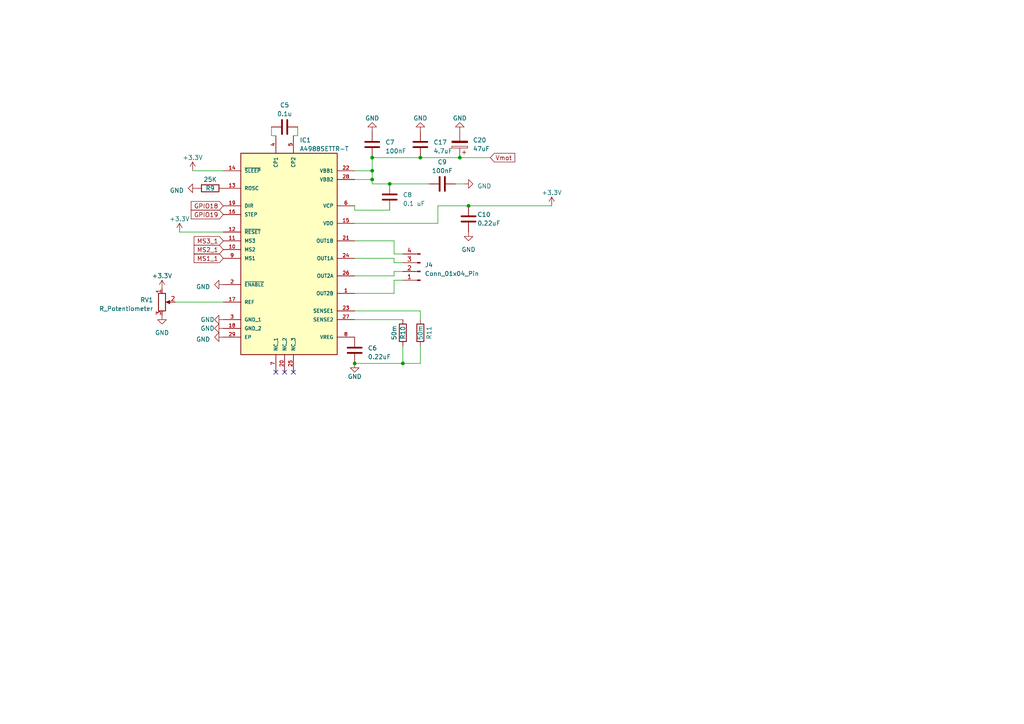
<source format=kicad_sch>
(kicad_sch (version 20230121) (generator eeschema)
  (paper "A4")
  (lib_symbols
    (symbol "A4988SETTR-T_1" (pin_names (offset 1.016))
      (property "Reference" "IC" (at -16.51 30.48 0))
      (property "Value" "A4988SETTR-T" (at -16.51 -33.02 0))
      (symbol "A4988SETTR-T_1_0_0"
        (rectangle (start -15.24 -30.48) (end 12.7 27.94) (stroke (width 0.254)) (fill (type background)))
        (pin bidirectional line (at 17.78 -12.7 180) (length 5.08) (name "OUT2B") (number "1"))
        (pin bidirectional line (at -20.32 0 0) (length 5.08) (name "MS2") (number "10"))
        (pin bidirectional line (at -20.32 2.54 0) (length 5.08) (name "MS3") (number "11"))
        (pin bidirectional line (at -20.32 5.08 0) (length 5.08) (name "~{RESET}") (number "12"))
        (pin bidirectional line (at -20.32 17.78 0) (length 5.08) (name "ROSC") (number "13"))
        (pin bidirectional line (at -20.32 22.86 0) (length 5.08) (name "~{SLEEP}") (number "14"))
        (pin bidirectional line (at 17.78 7.62 180) (length 5.08) (name "VDD") (number "15"))
        (pin bidirectional line (at -20.32 10.16 0) (length 5.08) (name "STEP") (number "16"))
        (pin bidirectional line (at -20.32 -15.24 0) (length 5.08) (name "REF") (number "17"))
        (pin bidirectional line (at -20.32 -22.86 0) (length 5.08) (name "GND_2") (number "18"))
        (pin bidirectional line (at -20.32 12.7 0) (length 5.08) (name "DIR") (number "19"))
        (pin bidirectional line (at -20.32 -10.16 0) (length 5.08) (name "~{ENABLE}") (number "2"))
        (pin bidirectional line (at -2.54 -35.56 90) (length 5.08) (name "NC_2") (number "20"))
        (pin bidirectional line (at 17.78 2.54 180) (length 5.08) (name "OUT1B") (number "21"))
        (pin bidirectional line (at 17.78 22.86 180) (length 5.08) (name "VBB1") (number "22"))
        (pin bidirectional line (at 17.78 -17.78 180) (length 5.08) (name "SENSE1") (number "23"))
        (pin bidirectional line (at 17.78 -2.54 180) (length 5.08) (name "OUT1A") (number "24"))
        (pin bidirectional line (at 0 -35.56 90) (length 5.08) (name "NC_3") (number "25"))
        (pin bidirectional line (at 17.78 -7.62 180) (length 5.08) (name "OUT2A") (number "26"))
        (pin bidirectional line (at 17.78 -20.32 180) (length 5.08) (name "SENSE2") (number "27"))
        (pin bidirectional line (at 17.78 20.32 180) (length 5.08) (name "VBB2") (number "28"))
        (pin bidirectional line (at -20.32 -25.4 0) (length 5.08) (name "EP") (number "29"))
        (pin bidirectional line (at -20.32 -20.32 0) (length 5.08) (name "GND_1") (number "3"))
        (pin bidirectional line (at -5.08 33.02 270) (length 5.08) (name "CP1") (number "4"))
        (pin bidirectional line (at 0 33.02 270) (length 5.08) (name "CP2") (number "5"))
        (pin bidirectional line (at 17.78 12.7 180) (length 5.08) (name "VCP") (number "6"))
        (pin bidirectional line (at -5.08 -35.56 90) (length 5.08) (name "NC_1") (number "7"))
        (pin bidirectional line (at 17.78 -25.4 180) (length 5.08) (name "VREG") (number "8"))
        (pin bidirectional line (at -20.32 -2.54 0) (length 5.08) (name "MS1") (number "9"))
      )
    )
    (symbol "Connector:Conn_01x04_Pin" (pin_names (offset 1.016) hide)
      (property "Reference" "J" (at 0 5.08 0))
      (property "Value" "Conn_01x04_Pin" (at 0 -7.62 0))
      (symbol "Conn_01x04_Pin_1_1"
        (polyline (pts (xy 1.27 -5.08) (xy 0.8636 -5.08)) (stroke (width 0.1524)))
        (polyline (pts (xy 1.27 -2.54) (xy 0.8636 -2.54)) (stroke (width 0.1524)))
        (polyline (pts (xy 1.27 0) (xy 0.8636 0)) (stroke (width 0.1524)))
        (polyline (pts (xy 1.27 2.54) (xy 0.8636 2.54)) (stroke (width 0.1524)))
        (rectangle (start 0.8636 -4.953) (end 0 -5.207) (stroke (width 0.1524)) (fill (type outline)))
        (rectangle (start 0.8636 -2.413) (end 0 -2.667) (stroke (width 0.1524)) (fill (type outline)))
        (rectangle (start 0.8636 0.127) (end 0 -0.127) (stroke (width 0.1524)) (fill (type outline)))
        (rectangle (start 0.8636 2.667) (end 0 2.413) (stroke (width 0.1524)) (fill (type outline)))
        (pin passive line (at 5.08 2.54 180) (length 3.81) (name "Pin_1") (number "1"))
        (pin passive line (at 5.08 0 180) (length 3.81) (name "Pin_2") (number "2"))
        (pin passive line (at 5.08 -2.54 180) (length 3.81) (name "Pin_3") (number "3"))
        (pin passive line (at 5.08 -5.08 180) (length 3.81) (name "Pin_4") (number "4"))
      )
    )
    (symbol "Device:C" (pin_numbers hide) (pin_names (offset 0.254))
      (property "Reference" "C" (at 0.635 2.54 0))
      (property "Value" "C" (at 0.635 -2.54 0))
      (symbol "C_0_1"
        (polyline (pts (xy -2.032 -0.762) (xy 2.032 -0.762)) (stroke (width 0.508)))
        (polyline (pts (xy -2.032 0.762) (xy 2.032 0.762)) (stroke (width 0.508)))
      )
      (symbol "C_1_1"
        (pin passive line (at 0 3.81 270) (length 2.794) (name "~") (number "1"))
        (pin passive line (at 0 -3.81 90) (length 2.794) (name "~") (number "2"))
      )
    )
    (symbol "Device:C_Polarized" (pin_numbers hide) (pin_names (offset 0.254))
      (property "Reference" "C" (at 0.635 2.54 0))
      (property "Value" "C_Polarized" (at 0.635 -2.54 0))
      (symbol "C_Polarized_0_1"
        (rectangle (start -2.286 0.508) (end 2.286 1.016))
        (polyline (pts (xy -1.778 2.286) (xy -0.762 2.286)))
        (polyline (pts (xy -1.27 2.794) (xy -1.27 1.778)))
        (rectangle (start 2.286 -0.508) (end -2.286 -1.016) (fill (type outline)))
      )
      (symbol "C_Polarized_1_1"
        (pin passive line (at 0 3.81 270) (length 2.794) (name "~") (number "1"))
        (pin passive line (at 0 -3.81 90) (length 2.794) (name "~") (number "2"))
      )
    )
    (symbol "Device:R" (pin_numbers hide) (pin_names (offset 0))
      (property "Reference" "R" (at 2.032 0 90))
      (property "Value" "R" (at 0 0 90))
      (symbol "R_0_1"
        (rectangle (start -1.016 -2.54) (end 1.016 2.54) (stroke (width 0.254)))
      )
      (symbol "R_1_1"
        (pin passive line (at 0 3.81 270) (length 1.27) (name "~") (number "1"))
        (pin passive line (at 0 -3.81 90) (length 1.27) (name "~") (number "2"))
      )
    )
    (symbol "Device:R_Potentiometer" (pin_names (offset 1.016) hide)
      (property "Reference" "RV" (at -4.445 0 90))
      (property "Value" "R_Potentiometer" (at -2.54 0 90))
      (symbol "R_Potentiometer_0_1"
        (polyline (pts (xy 2.54 0) (xy 1.524 0)))
        (polyline (pts (xy 1.143 0) (xy 2.286 0.508) (xy 2.286 -0.508) (xy 1.143 0)) (fill (type outline)))
        (rectangle (start 1.016 2.54) (end -1.016 -2.54) (stroke (width 0.254)))
      )
      (symbol "R_Potentiometer_1_1"
        (pin passive line (at 0 3.81 270) (length 1.27) (name "1") (number "1"))
        (pin passive line (at 3.81 0 180) (length 1.27) (name "2") (number "2"))
        (pin passive line (at 0 -3.81 90) (length 1.27) (name "3") (number "3"))
      )
    )
    (symbol "power:+3.3V" (power) (pin_names (offset 0))
      (property "Value" "+3.3V" (at 0 3.556 0))
      (symbol "+3.3V_0_1"
        (polyline (pts (xy -0.762 1.27) (xy 0 2.54)))
        (polyline (pts (xy 0 0) (xy 0 2.54)))
        (polyline (pts (xy 0 2.54) (xy 0.762 1.27)))
      )
      (symbol "+3.3V_1_1"
        (pin power_in line (at 0 0 90) (length 0) hide (name "+3.3V") (number "1"))
      )
    )
    (symbol "power:GND" (power) (pin_names (offset 0))
      (property "Value" "GND" (at 0 -3.81 0))
      (symbol "GND_0_1"
        (polyline (pts (xy 0 0) (xy 0 -1.27) (xy 1.27 -1.27) (xy 0 -2.54) (xy -1.27 -1.27) (xy 0 -1.27)))
      )
      (symbol "GND_1_1"
        (pin power_in line (at 0 0 270) (length 0) hide (name "GND") (number "1"))
      )
    )
  )
  (junction (at 107.95 49.53))
  (junction (at 107.95 45.72))
  (junction (at 116.84 105.41))
  (junction (at 102.87 105.41))
  (junction (at 107.95 52.07))
  (junction (at 133.35 45.72))
  (junction (at 113.03 53.34))
  (junction (at 135.89 59.69))
  (junction (at 121.92 45.72))
  (no_connect (at 80.01 107.95))
  (no_connect (at 85.09 107.95))
  (no_connect (at 82.55 107.95))
  (wire (pts (xy 102.87 60.96) (xy 113.03 60.96)))
  (wire (pts (xy 114.3 76.2) (xy 116.84 76.2)))
  (wire (pts (xy 127 64.77) (xy 102.87 64.77)))
  (wire (pts (xy 102.87 85.09) (xy 114.3 85.09)))
  (wire (pts (xy 127 59.69) (xy 135.89 59.69)))
  (wire (pts (xy 107.95 52.07) (xy 107.95 53.34)))
  (wire (pts (xy 102.87 52.07) (xy 107.95 52.07)))
  (wire (pts (xy 127 59.69) (xy 127 64.77)))
  (wire (pts (xy 121.92 92.71) (xy 121.92 90.17)))
  (wire (pts (xy 78.74 39.37) (xy 80.01 39.37)))
  (wire (pts (xy 121.92 100.33) (xy 121.92 105.41)))
  (wire (pts (xy 55.88 49.53) (xy 64.77 49.53)))
  (wire (pts (xy 114.3 78.74) (xy 116.84 78.74)))
  (wire (pts (xy 102.87 60.96) (xy 102.87 59.69)))
  (wire (pts (xy 116.84 105.41) (xy 121.92 105.41)))
  (wire (pts (xy 78.74 39.37) (xy 78.74 36.83)))
  (wire (pts (xy 114.3 85.09) (xy 114.3 81.28)))
  (wire (pts (xy 121.92 45.72) (xy 133.35 45.72)))
  (wire (pts (xy 107.95 49.53) (xy 107.95 52.07)))
  (wire (pts (xy 102.87 80.01) (xy 114.3 80.01)))
  (wire (pts (xy 113.03 53.34) (xy 124.46 53.34)))
  (wire (pts (xy 116.84 92.71) (xy 102.87 92.71)))
  (wire (pts (xy 86.36 39.37) (xy 86.36 36.83)))
  (wire (pts (xy 107.95 45.72) (xy 121.92 45.72)))
  (wire (pts (xy 133.35 45.72) (xy 142.24 45.72)))
  (wire (pts (xy 102.87 49.53) (xy 107.95 49.53)))
  (wire (pts (xy 107.95 45.72) (xy 107.95 49.53)))
  (wire (pts (xy 50.8 87.63) (xy 64.77 87.63)))
  (wire (pts (xy 114.3 80.01) (xy 114.3 78.74)))
  (wire (pts (xy 52.07 67.31) (xy 64.77 67.31)))
  (wire (pts (xy 114.3 81.28) (xy 116.84 81.28)))
  (wire (pts (xy 132.08 53.34) (xy 134.62 53.34)))
  (wire (pts (xy 102.87 69.85) (xy 114.3 69.85)))
  (wire (pts (xy 114.3 74.93) (xy 102.87 74.93)))
  (wire (pts (xy 85.09 39.37) (xy 86.36 39.37)))
  (wire (pts (xy 116.84 105.41) (xy 102.87 105.41)))
  (wire (pts (xy 116.84 100.33) (xy 116.84 105.41)))
  (wire (pts (xy 114.3 73.66) (xy 116.84 73.66)))
  (wire (pts (xy 114.3 69.85) (xy 114.3 73.66)))
  (wire (pts (xy 114.3 76.2) (xy 114.3 74.93)))
  (wire (pts (xy 107.95 53.34) (xy 113.03 53.34)))
  (wire (pts (xy 135.89 59.69) (xy 160.02 59.69)))
  (wire (pts (xy 121.92 90.17) (xy 102.87 90.17)))
  (global_label "GPIO18" (shape input) (at 64.77 59.69 180) (property "Intersheetrefs" "${INTERSHEET_REFS}" (effects hide)))
  (global_label "MS3_1" (shape input) (at 64.77 69.85 180) (property "Intersheetrefs" "${INTERSHEET_REFS}" (effects hide)))
  (global_label "MS2_1" (shape input) (at 64.77 72.39 180) (property "Intersheetrefs" "${INTERSHEET_REFS}" (effects hide)))
  (global_label "GPIO19" (shape input) (at 64.77 62.23 180) (property "Intersheetrefs" "${INTERSHEET_REFS}" (effects hide)))
  (global_label "MS1_1" (shape input) (at 64.77 74.93 180) (property "Intersheetrefs" "${INTERSHEET_REFS}" (effects hide)))
  (global_label "Vmot" (shape input) (at 142.24 45.72 0) (property "Intersheetrefs" "${INTERSHEET_REFS}" (effects hide)))
  (symbol (lib_id "Device:C") (at 128.27 53.34 90) (unit 1)
    (property "Reference" "C9" (at 128.27 46.99 90))
    (property "Value" "100nF" (at 128.27 49.53 90))
    (property "Footprint" "Capacitor_SMD:C_0805_2012Metric_Pad1.18x1.45mm_HandSolder" (effects hide))
    (instances (project "PCB_evenwicht" (path "" (reference "C9") (unit 1)) (path "" (reference "C9") (unit 1))) (project "a4988" (path "" (reference "C?") (unit 1))))
  )
  (symbol (lib_id "power:GND") (at 134.62 53.34 90) (unit 1)
    (property "Reference" "#PWR036" (effects hide))
    (property "Value" "GND" (at 138.43 53.975 90) (effects (justify right)))
    (instances (project "PCB_evenwicht" (path "" (reference "#PWR036") (unit 1)) (path "" (reference "#PWR036") (unit 1))) (project "a4988" (path "" (reference "#PWR?") (unit 1))))
  )
  (symbol (lib_id "Device:C") (at 135.89 63.5 0) (unit 1)
    (property "Reference" "C10" (at 138.43 62.23 0) (effects (justify left)))
    (property "Value" "0.22uF" (at 138.43 64.77 0) (effects (justify left)))
    (property "Footprint" "Capacitor_SMD:C_0805_2012Metric_Pad1.18x1.45mm_HandSolder" (effects hide))
    (instances (project "PCB_evenwicht" (path "" (reference "C10") (unit 1)) (path "" (reference "C10") (unit 1))) (project "a4988" (path "" (reference "C?") (unit 1))))
  )
  (symbol (lib_id "power:GND") (at 102.87 105.41 0) (unit 1)
    (property "Reference" "#PWR032" (effects hide))
    (property "Value" "GND" (at 102.87 109.22 0))
    (instances (project "PCB_evenwicht" (path "" (reference "#PWR032") (unit 1)) (path "" (reference "#PWR032") (unit 1))) (project "a4988" (path "" (reference "#PWR?") (unit 1))))
  )
  (symbol (lib_id "power:+3.3V") (at 52.07 67.31 0) (unit 1)
    (property "Reference" "#PWR028" (effects hide))
    (property "Value" "+3.3V" (at 52.07 63.5 0))
    (instances (project "PCB_evenwicht" (path "" (reference "#PWR028") (unit 1)) (path "" (reference "#PWR062") (unit 1))))
  )
  (symbol (lib_id "Connector:Conn_01x04_Pin") (at 121.92 78.74 180) (unit 1)
    (property "Reference" "J4" (at 123.19 76.835 0) (effects (justify right)))
    (property "Value" "Conn_01x04_Pin" (at 123.19 79.375 0) (effects (justify right)))
    (property "Footprint" "Connector_PinHeader_2.54mm:PinHeader_1x04_P2.54mm_Vertical" (effects hide))
  )
  (symbol (lib_id "power:GND") (at 133.35 38.1 180) (unit 1)
    (property "Reference" "#PWR066" (effects hide))
    (property "Value" "GND" (at 133.35 34.29 0))
  )
  (symbol (lib_id "Device:C") (at 121.92 41.91 0) (unit 1)
    (property "Reference" "C17" (at 125.73 41.275 0) (effects (justify left)))
    (property "Value" "4.7uF" (at 125.73 43.815 0) (effects (justify left)))
    (property "Footprint" "Capacitor_SMD:C_0805_2012Metric_Pad1.18x1.45mm_HandSolder" (effects hide))
  )
  (symbol (lib_id "power:GND") (at 64.77 92.71 270) (unit 1)
    (property "Reference" "#PWR030" (effects hide))
    (property "Value" "GND" (at 62.23 92.71 90) (effects (justify right)))
    (instances (project "PCB_evenwicht" (path "" (reference "#PWR030") (unit 1)) (path "" (reference "#PWR030") (unit 1))) (project "a4988" (path "" (reference "#PWR?") (unit 1))))
  )
  (symbol (lib_id "power:GND") (at 57.15 54.61 270) (unit 1)
    (property "Reference" "#PWR025" (effects hide))
    (property "Value" "GND" (at 53.34 55.245 90) (effects (justify right)))
    (instances (project "PCB_evenwicht" (path "" (reference "#PWR025") (unit 1)) (path "" (reference "#PWR025") (unit 1))) (project "a4988" (path "" (reference "#PWR?") (unit 1))))
  )
  (symbol (lib_id "power:+3.3V") (at 55.88 49.53 0) (unit 1)
    (property "Reference" "#PWR067" (effects hide))
    (property "Value" "+3.3V" (at 55.88 45.72 0))
  )
  (symbol (lib_id "power:GND") (at 64.77 97.79 270) (unit 1)
    (property "Reference" "#PWR061" (effects hide))
    (property "Value" "GND" (at 60.96 98.425 90) (effects (justify right)))
  )
  (symbol (lib_id "power:GND") (at 107.95 38.1 180) (unit 1)
    (property "Reference" "#PWR033" (effects hide))
    (property "Value" "GND" (at 107.95 34.29 0))
    (instances (project "PCB_evenwicht" (path "" (reference "#PWR033") (unit 1)) (path "" (reference "#PWR033") (unit 1))) (project "a4988" (path "" (reference "#PWR?") (unit 1))))
  )
  (symbol (lib_id "Device:C") (at 82.55 36.83 270) (unit 1)
    (property "Reference" "C5" (at 82.55 30.48 90))
    (property "Value" "0.1u" (at 82.55 33.02 90))
    (property "Footprint" "Capacitor_SMD:C_0805_2012Metric_Pad1.18x1.45mm_HandSolder" (effects hide))
    (instances (project "PCB_evenwicht" (path "" (reference "C5") (unit 1)) (path "" (reference "C5") (unit 1))) (project "a4988" (path "" (reference "C?") (unit 1))))
  )
  (symbol (lib_id "Device:R_Potentiometer") (at 46.99 87.63 0) (unit 1)
    (property "Reference" "RV1" (at 44.45 86.995 0) (effects (justify right)))
    (property "Value" "R_Potentiometer" (at 44.45 89.535 0) (effects (justify right)))
    (property "Footprint" "Potentiometer_THT:Potentiometer_Bourns_3386P_Vertical" (effects hide))
  )
  (symbol (lib_id "Device:C") (at 102.87 101.6 0) (unit 1)
    (property "Reference" "C6" (at 106.68 100.965 0) (effects (justify left)))
    (property "Value" "0.22uF" (at 106.68 103.505 0) (effects (justify left)))
    (property "Footprint" "Capacitor_SMD:C_0805_2012Metric_Pad1.18x1.45mm_HandSolder" (effects hide))
    (instances (project "PCB_evenwicht" (path "" (reference "C6") (unit 1)) (path "" (reference "C6") (unit 1))) (project "a4988" (path "" (reference "C?") (unit 1))))
  )
  (symbol (lib_id "power:GND") (at 64.77 82.55 270) (unit 1)
    (property "Reference" "#PWR029" (effects hide))
    (property "Value" "GND" (at 60.96 83.185 90) (effects (justify right)))
  )
  (symbol (lib_id "Device:R") (at 116.84 96.52 0) (unit 1)
    (property "Reference" "R10" (at 116.84 96.52 90))
    (property "Value" "50m" (at 114.3 96.52 90))
    (property "Footprint" "Resistor_SMD:R_0805_2012Metric_Pad1.20x1.40mm_HandSolder" (effects hide))
    (instances (project "PCB_evenwicht" (path "" (reference "R10") (unit 1)) (path "" (reference "R10") (unit 1))) (project "a4988" (path "" (reference "R?") (unit 1))))
  )
  (symbol (lib_id "power:GND") (at 121.92 38.1 180) (unit 1)
    (property "Reference" "#PWR033" (effects hide))
    (property "Value" "GND" (at 121.92 34.29 0))
    (instances (project "PCB_evenwicht" (path "" (reference "#PWR033") (unit 1)) (path "" (reference "#PWR053") (unit 1))) (project "a4988" (path "" (reference "#PWR?") (unit 1))))
  )
  (symbol (lib_id "power:+3.3V") (at 46.99 83.82 0) (unit 1)
    (property "Reference" "#PWR057" (effects hide))
    (property "Value" "+3.3V" (at 46.99 80.01 0))
  )
  (symbol (lib_id "Device:C") (at 113.03 57.15 0) (unit 1)
    (property "Reference" "C8" (at 116.84 56.515 0) (effects (justify left)))
    (property "Value" "0.1 uF" (at 116.84 59.055 0) (effects (justify left)))
    (property "Footprint" "Capacitor_SMD:C_0805_2012Metric_Pad1.18x1.45mm_HandSolder" (effects hide))
    (instances (project "PCB_evenwicht" (path "" (reference "C8") (unit 1)) (path "" (reference "C8") (unit 1))) (project "a4988" (path "" (reference "C?") (unit 1))))
  )
  (symbol (lib_id "Device:C") (at 107.95 41.91 0) (unit 1)
    (property "Reference" "C7" (at 111.76 41.275 0) (effects (justify left)))
    (property "Value" "100nF" (at 111.76 43.815 0) (effects (justify left)))
    (property "Footprint" "Capacitor_SMD:C_0805_2012Metric_Pad1.18x1.45mm_HandSolder" (effects hide))
    (instances (project "PCB_evenwicht" (path "" (reference "C7") (unit 1)) (path "" (reference "C7") (unit 1))) (project "a4988" (path "" (reference "C?") (unit 1))))
  )
  (symbol (lib_id "power:GND") (at 135.89 67.31 0) (unit 1)
    (property "Reference" "#PWR037" (effects hide))
    (property "Value" "GND" (at 135.89 72.39 0))
    (instances (project "PCB_evenwicht" (path "" (reference "#PWR037") (unit 1)) (path "" (reference "#PWR037") (unit 1))) (project "a4988" (path "" (reference "#PWR?") (unit 1))))
  )
  (symbol (lib_id "power:+3.3V") (at 160.02 59.69 0) (unit 1)
    (property "Reference" "#PWR055" (effects hide))
    (property "Value" "+3.3V" (at 160.02 55.88 0))
  )
  (symbol (lib_id "Device:R") (at 60.96 54.61 90) (unit 1)
    (property "Reference" "R9" (at 60.96 54.61 90))
    (property "Value" "25K" (at 60.96 52.07 90))
    (property "Footprint" "Resistor_SMD:R_0805_2012Metric_Pad1.20x1.40mm_HandSolder" (effects hide))
    (instances (project "PCB_evenwicht" (path "" (reference "R9") (unit 1)) (path "" (reference "R9") (unit 1))) (project "a4988" (path "" (reference "R?") (unit 1))))
  )
  (symbol (lib_id "power:GND") (at 64.77 95.25 270) (unit 1)
    (property "Reference" "#PWR031" (effects hide))
    (property "Value" "GND" (at 62.23 95.25 90) (effects (justify right)))
    (instances (project "PCB_evenwicht" (path "" (reference "#PWR031") (unit 1)) (path "" (reference "#PWR031") (unit 1))) (project "a4988" (path "" (reference "#PWR?") (unit 1))))
  )
  (symbol (lib_name "A4988SETTR-T_1") (lib_id "A4988SETTR-T:A4988SETTR-T") (at 85.09 72.39 0) (unit 1)
    (property "Reference" "IC1" (at 86.9189 40.64 0) (effects (justify left)))
    (property "Value" "A4988SETTR-T" (at 86.9189 43.18 0) (effects (justify left)))
    (property "Footprint" "A4988:QFN50P500X500X100-29N" (effects hide))
    (property "HEIGHT" "1mm" (effects hide))
    (property "DESCRIPTION" "DMOS Microstepping Driver with Translator  and Overcurrent Protection" (effects hide))
    (property "MANUFACTURER_PART_NUMBER" "A4988SETTR-T" (effects hide))
    (property "MANUFACTURER_NAME" "Allegro Microsystems" (effects hide))
  )
  (symbol (lib_id "power:GND") (at 46.99 91.44 0) (unit 1)
    (property "Reference" "#PWR058" (effects hide))
    (property "Value" "GND" (at 46.99 96.52 0))
  )
  (symbol (lib_id "Device:R") (at 121.92 96.52 0) (unit 1)
    (property "Reference" "R11" (at 124.46 96.52 90))
    (property "Value" "50m" (at 121.92 96.52 90))
    (property "Footprint" "Resistor_SMD:R_0805_2012Metric_Pad1.20x1.40mm_HandSolder" (effects hide))
    (instances (project "PCB_evenwicht" (path "" (reference "R11") (unit 1)) (path "" (reference "R11") (unit 1))) (project "a4988" (path "" (reference "R?") (unit 1))))
  )
  (symbol (lib_id "Device:C_Polarized") (at 133.35 41.91 180) (unit 1)
    (property "Reference" "C20" (at 137.16 40.64 0) (effects (justify right)))
    (property "Value" "47uF" (at 137.16 43.18 0) (effects (justify right)))
    (property "Footprint" "Capacitor_SMD:CP_Elec_6.3x5.9" (effects hide))
  )
)
</source>
